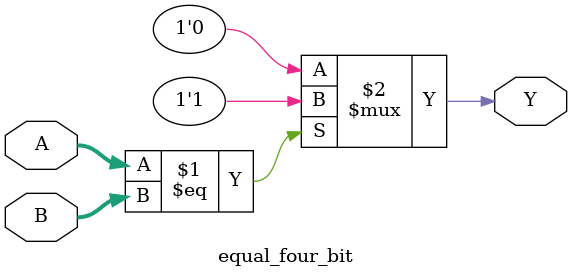
<source format=v>
`timescale 1ns / 1ps


module equal_four_bit(
    input [3:0] A,B,
    output Y
    );
    
    assign Y=(A==B)?1'b1:1'b0;
    
endmodule

</source>
